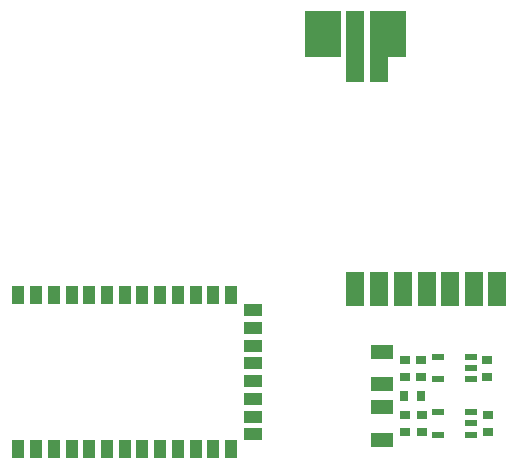
<source format=gtp>
%FSLAX23Y23*%
%MOIN*%
G70*
G01*
G75*
G04 Layer_Color=8421504*
%ADD10R,0.039X0.022*%
%ADD11R,0.035X0.031*%
%ADD12R,0.031X0.035*%
%ADD13R,0.063X0.118*%
%ADD14R,0.122X0.157*%
%ADD15R,0.063X0.157*%
%ADD16R,0.073X0.051*%
%ADD17R,0.039X0.059*%
%ADD18R,0.059X0.039*%
%ADD19C,0.006*%
%ADD20C,0.012*%
%ADD21C,0.012*%
G04:AMPARAMS|DCode=22|XSize=39mil|YSize=55mil|CornerRadius=10mil|HoleSize=0mil|Usage=FLASHONLY|Rotation=270.000|XOffset=0mil|YOffset=0mil|HoleType=Round|Shape=RoundedRectangle|*
%AMROUNDEDRECTD22*
21,1,0.039,0.035,0,0,270.0*
21,1,0.020,0.055,0,0,270.0*
1,1,0.020,-0.018,-0.010*
1,1,0.020,-0.018,0.010*
1,1,0.020,0.018,0.010*
1,1,0.020,0.018,-0.010*
%
%ADD22ROUNDEDRECTD22*%
%ADD23C,0.047*%
%ADD24C,0.061*%
%ADD25C,0.051*%
%ADD26R,0.051X0.051*%
%ADD27R,0.043X0.059*%
%ADD28R,0.051X0.051*%
%ADD29O,0.079X0.047*%
%ADD30C,0.024*%
%ADD31C,0.020*%
%ADD32R,0.071X0.094*%
%ADD33R,0.069X0.018*%
%ADD34R,0.020X0.035*%
%ADD35O,0.059X0.018*%
%ADD36O,0.018X0.059*%
%ADD37R,0.039X0.039*%
%ADD38R,0.030X0.035*%
%ADD39R,0.073X0.079*%
%ADD40C,0.008*%
%ADD41R,0.006X0.159*%
%ADD42R,0.006X0.159*%
%ADD43R,0.248X0.006*%
%ADD44R,0.350X0.006*%
%ADD45R,0.008X0.008*%
%ADD46R,0.006X0.314*%
%ADD47R,0.269X0.006*%
%ADD48R,0.008X0.012*%
D10*
X2797Y1740D02*
D03*
Y1778D02*
D03*
Y1815D02*
D03*
X2689D02*
D03*
Y1740D02*
D03*
X2797Y1555D02*
D03*
Y1593D02*
D03*
Y1630D02*
D03*
X2689D02*
D03*
Y1555D02*
D03*
D11*
X2578Y1806D02*
D03*
Y1749D02*
D03*
X2634Y1564D02*
D03*
Y1621D02*
D03*
X2854Y1564D02*
D03*
Y1621D02*
D03*
X2633Y1806D02*
D03*
Y1749D02*
D03*
X2853D02*
D03*
Y1806D02*
D03*
X2579Y1621D02*
D03*
Y1564D02*
D03*
D12*
X2574Y1684D02*
D03*
X2631D02*
D03*
D13*
X2492Y2788D02*
D03*
X2413D02*
D03*
X2886Y2040D02*
D03*
X2807D02*
D03*
X2728D02*
D03*
X2650D02*
D03*
X2571D02*
D03*
X2492D02*
D03*
X2413D02*
D03*
D14*
X2305Y2890D02*
D03*
X2522D02*
D03*
D15*
X2413D02*
D03*
D16*
X2503Y1832D02*
D03*
Y1723D02*
D03*
Y1538D02*
D03*
Y1647D02*
D03*
D17*
X1289Y2020D02*
D03*
X1348D02*
D03*
X1407D02*
D03*
X1467D02*
D03*
X1526D02*
D03*
X1585D02*
D03*
X1644D02*
D03*
X1703D02*
D03*
X1762D02*
D03*
X1821D02*
D03*
X1880D02*
D03*
X1939D02*
D03*
X1998D02*
D03*
Y1508D02*
D03*
X1939D02*
D03*
X1880D02*
D03*
X1821D02*
D03*
X1762D02*
D03*
X1703D02*
D03*
X1644D02*
D03*
X1585D02*
D03*
X1526D02*
D03*
X1467D02*
D03*
X1407D02*
D03*
X1348D02*
D03*
X1289D02*
D03*
D03*
D18*
X2071Y1970D02*
D03*
Y1911D02*
D03*
Y1852D02*
D03*
Y1793D02*
D03*
Y1734D02*
D03*
Y1675D02*
D03*
Y1616D02*
D03*
Y1557D02*
D03*
M02*

</source>
